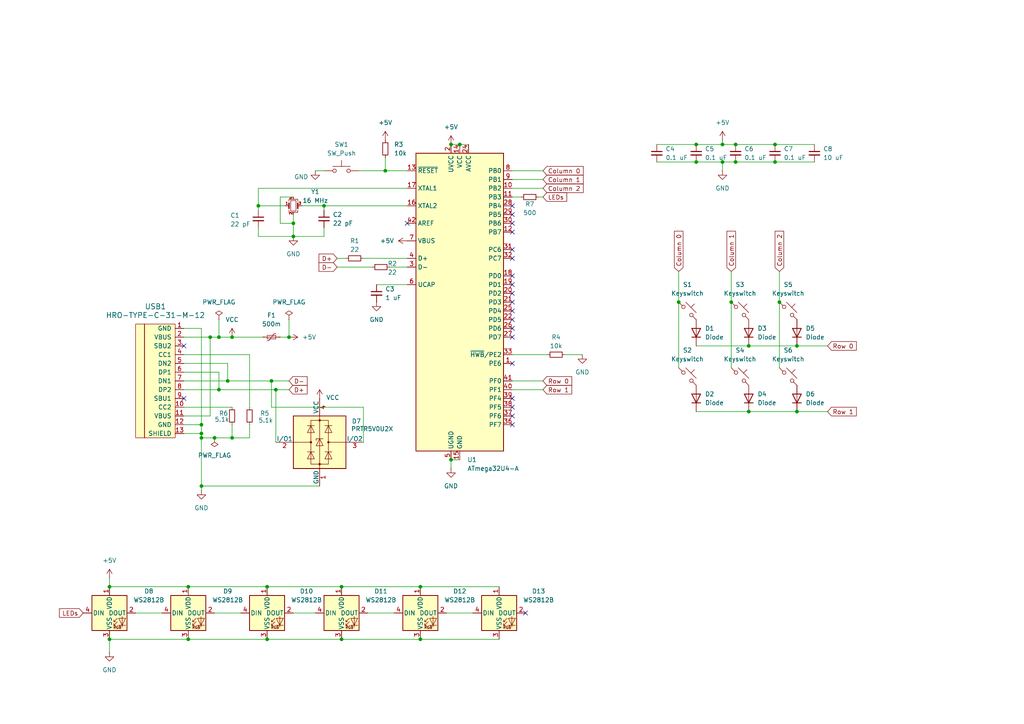
<source format=kicad_sch>
(kicad_sch (version 20231120) (generator "eeschema") (generator_version "8.0")
  (paper "A4")
  (title_block (title "6 Key Macropad ") (rev "V1"))
  (lib_symbols
    (symbol "Device:C_Small" (pin_numbers hide) (pin_names (offset 0.254) hide)
      (property "Reference" "C" (at 0.254 1.778 0))
      (property "Value" "C_Small" (at 0.254 -2.032 0))
      (symbol "C_Small_0_1"
        (polyline (pts (xy -1.524 -0.508) (xy 1.524 -0.508)) (stroke (width 0.3302)))
        (polyline (pts (xy -1.524 0.508) (xy 1.524 0.508)) (stroke (width 0.3048)))
      )
      (symbol "C_Small_1_1"
        (pin passive line (at 0 2.54 270) (length 2.032) (name "~") (number "1"))
        (pin passive line (at 0 -2.54 90) (length 2.032) (name "~") (number "2"))
      )
    )
    (symbol "Device:Crystal_GND24_Small" (pin_names (offset 1.016) hide)
      (property "Reference" "Y" (at 1.27 4.445 0))
      (property "Value" "Crystal_GND24_Small" (at 1.27 2.54 0))
      (symbol "Crystal_GND24_Small_0_1"
        (rectangle (start -0.762 -1.524) (end 0.762 1.524))
        (polyline (pts (xy -1.27 -0.762) (xy -1.27 0.762)) (stroke (width 0.381)))
        (polyline (pts (xy 1.27 -0.762) (xy 1.27 0.762)) (stroke (width 0.381)))
        (polyline (pts (xy -1.27 -1.27) (xy -1.27 -1.905) (xy 1.27 -1.905) (xy 1.27 -1.27)))
        (polyline (pts (xy -1.27 1.27) (xy -1.27 1.905) (xy 1.27 1.905) (xy 1.27 1.27)))
      )
      (symbol "Crystal_GND24_Small_1_1"
        (pin passive line (at -2.54 0 0) (length 1.27) (name "1") (number "1"))
        (pin passive line (at 0 -2.54 90) (length 0.635) (name "2") (number "2"))
        (pin passive line (at 2.54 0 180) (length 1.27) (name "3") (number "3"))
        (pin passive line (at 0 2.54 270) (length 0.635) (name "4") (number "4"))
      )
    )
    (symbol "Device:Polyfuse_Small" (pin_numbers hide) (pin_names (offset 0))
      (property "Reference" "F" (at -1.905 0 90))
      (property "Value" "Polyfuse_Small" (at 1.905 0 90))
      (symbol "Polyfuse_Small_0_1"
        (rectangle (start -0.508 1.27) (end 0.508 -1.27))
        (polyline (pts (xy 0 2.54) (xy 0 -2.54)))
        (polyline (pts (xy -1.016 1.27) (xy -1.016 0.762) (xy 1.016 -0.762) (xy 1.016 -1.27)))
      )
      (symbol "Polyfuse_Small_1_1"
        (pin passive line (at 0 2.54 270) (length 0.635) (name "~") (number "1"))
        (pin passive line (at 0 -2.54 90) (length 0.635) (name "~") (number "2"))
      )
    )
    (symbol "Device:R_Small" (pin_numbers hide) (pin_names (offset 0.254) hide)
      (property "Reference" "R" (at 0.762 0.508 0))
      (property "Value" "R_Small" (at 0.762 -1.016 0))
      (symbol "R_Small_0_1"
        (rectangle (start -0.762 1.778) (end 0.762 -1.778) (stroke (width 0.2032)))
      )
      (symbol "R_Small_1_1"
        (pin passive line (at 0 2.54 270) (length 0.762) (name "~") (number "1"))
        (pin passive line (at 0 -2.54 90) (length 0.762) (name "~") (number "2"))
      )
    )
    (symbol "LED:WS2812B" (pin_names (offset 0.254))
      (property "Reference" "D" (at 5.08 5.715 0))
      (property "Value" "WS2812B" (at 1.27 -5.715 0))
      (symbol "WS2812B_0_0"
        (text "RGB" (at 2.286 -4.191 0) (effects (font (size 0.762 0.762))))
      )
      (symbol "WS2812B_0_1"
        (polyline (pts (xy 1.27 -3.556) (xy 1.778 -3.556)))
        (polyline (pts (xy 1.27 -2.54) (xy 1.778 -2.54)))
        (polyline (pts (xy 4.699 -3.556) (xy 2.667 -3.556)))
        (polyline (pts (xy 2.286 -2.54) (xy 1.27 -3.556) (xy 1.27 -3.048)))
        (polyline (pts (xy 2.286 -1.524) (xy 1.27 -2.54) (xy 1.27 -2.032)))
        (polyline (pts (xy 3.683 -1.016) (xy 3.683 -3.556) (xy 3.683 -4.064)))
        (polyline (pts (xy 4.699 -1.524) (xy 2.667 -1.524) (xy 3.683 -3.556) (xy 4.699 -1.524)))
        (rectangle (start 5.08 5.08) (end -5.08 -5.08) (stroke (width 0.254)) (fill (type background)))
      )
      (symbol "WS2812B_1_1"
        (pin power_in line (at 0 7.62 270) (length 2.54) (name "VDD") (number "1"))
        (pin output line (at 7.62 0 180) (length 2.54) (name "DOUT") (number "2"))
        (pin power_in line (at 0 -7.62 90) (length 2.54) (name "VSS") (number "3"))
        (pin input line (at -7.62 0 0) (length 2.54) (name "DIN") (number "4"))
      )
    )
    (symbol "MCU_Microchip_ATmega:ATmega32U4-A"
      (property "Reference" "U" (at -12.7 44.45 0))
      (property "Value" "ATmega32U4-A" (at 2.54 -44.45 0))
      (symbol "ATmega32U4-A_0_1"
        (rectangle (start -12.7 -43.18) (end 12.7 43.18) (stroke (width 0.254)) (fill (type background)))
      )
      (symbol "ATmega32U4-A_1_1"
        (pin bidirectional line (at 15.24 -17.78 180) (length 2.54) (name "PE6") (number "1"))
        (pin bidirectional line (at 15.24 33.02 180) (length 2.54) (name "PB2") (number "10"))
        (pin bidirectional line (at 15.24 30.48 180) (length 2.54) (name "PB3") (number "11"))
        (pin bidirectional line (at 15.24 20.32 180) (length 2.54) (name "PB7") (number "12"))
        (pin input line (at -15.24 38.1 0) (length 2.54) (name "~{RESET}") (number "13"))
        (pin power_in line (at 0 45.72 270) (length 2.54) (name "VCC") (number "14"))
        (pin power_in line (at 0 -45.72 90) (length 2.54) (name "GND") (number "15"))
        (pin output line (at -15.24 27.94 0) (length 2.54) (name "XTAL2") (number "16"))
        (pin input line (at -15.24 33.02 0) (length 2.54) (name "XTAL1") (number "17"))
        (pin bidirectional line (at 15.24 7.62 180) (length 2.54) (name "PD0") (number "18"))
        (pin bidirectional line (at 15.24 5.08 180) (length 2.54) (name "PD1") (number "19"))
        (pin power_in line (at -2.54 45.72 270) (length 2.54) (name "UVCC") (number "2"))
        (pin bidirectional line (at 15.24 2.54 180) (length 2.54) (name "PD2") (number "20"))
        (pin bidirectional line (at 15.24 0 180) (length 2.54) (name "PD3") (number "21"))
        (pin bidirectional line (at 15.24 -5.08 180) (length 2.54) (name "PD5") (number "22"))
        (pin passive line (at 0 -45.72 90) (length 2.54) hide (name "GND") (number "23"))
        (pin power_in line (at 2.54 45.72 270) (length 2.54) (name "AVCC") (number "24"))
        (pin bidirectional line (at 15.24 -2.54 180) (length 2.54) (name "PD4") (number "25"))
        (pin bidirectional line (at 15.24 -7.62 180) (length 2.54) (name "PD6") (number "26"))
        (pin bidirectional line (at 15.24 -10.16 180) (length 2.54) (name "PD7") (number "27"))
        (pin bidirectional line (at 15.24 27.94 180) (length 2.54) (name "PB4") (number "28"))
        (pin bidirectional line (at 15.24 25.4 180) (length 2.54) (name "PB5") (number "29"))
        (pin bidirectional line (at -15.24 10.16 0) (length 2.54) (name "D-") (number "3"))
        (pin bidirectional line (at 15.24 22.86 180) (length 2.54) (name "PB6") (number "30"))
        (pin bidirectional line (at 15.24 15.24 180) (length 2.54) (name "PC6") (number "31"))
        (pin bidirectional line (at 15.24 12.7 180) (length 2.54) (name "PC7") (number "32"))
        (pin bidirectional line (at 15.24 -15.24 180) (length 2.54) (name "~{HWB}/PE2") (number "33"))
        (pin passive line (at 0 45.72 270) (length 2.54) hide (name "VCC") (number "34"))
        (pin passive line (at 0 -45.72 90) (length 2.54) hide (name "GND") (number "35"))
        (pin bidirectional line (at 15.24 -35.56 180) (length 2.54) (name "PF7") (number "36"))
        (pin bidirectional line (at 15.24 -33.02 180) (length 2.54) (name "PF6") (number "37"))
        (pin bidirectional line (at 15.24 -30.48 180) (length 2.54) (name "PF5") (number "38"))
        (pin bidirectional line (at 15.24 -27.94 180) (length 2.54) (name "PF4") (number "39"))
        (pin bidirectional line (at -15.24 12.7 0) (length 2.54) (name "D+") (number "4"))
        (pin bidirectional line (at 15.24 -25.4 180) (length 2.54) (name "PF1") (number "40"))
        (pin bidirectional line (at 15.24 -22.86 180) (length 2.54) (name "PF0") (number "41"))
        (pin passive line (at -15.24 22.86 0) (length 2.54) (name "AREF") (number "42"))
        (pin passive line (at 0 -45.72 90) (length 2.54) hide (name "GND") (number "43"))
        (pin passive line (at 2.54 45.72 270) (length 2.54) hide (name "AVCC") (number "44"))
        (pin passive line (at -2.54 -45.72 90) (length 2.54) (name "UGND") (number "5"))
        (pin passive line (at -15.24 5.08 0) (length 2.54) (name "UCAP") (number "6"))
        (pin input line (at -15.24 17.78 0) (length 2.54) (name "VBUS") (number "7"))
        (pin bidirectional line (at 15.24 38.1 180) (length 2.54) (name "PB0") (number "8"))
        (pin bidirectional line (at 15.24 35.56 180) (length 2.54) (name "PB1") (number "9"))
      )
    )
    (symbol "Power_Protection:PRTR5V0U2X" (pin_names (offset 0))
      (property "Reference" "D" (at 2.794 8.636 0))
      (property "Value" "PRTR5V0U2X" (at 8.128 -9.398 0))
      (symbol "PRTR5V0U2X_0_1"
        (rectangle (start -7.62 -7.62) (end 7.62 7.62) (stroke (width 0.254)) (fill (type background)))
        (circle (center -2.54 0) (radius 0.254) (fill (type outline)))
        (rectangle (start -2.54 6.35) (end 2.54 -6.35))
        (circle (center 0 -6.35) (radius 0.254) (fill (type outline)))
        (polyline (pts (xy -2.54 0) (xy -7.62 0)))
        (polyline (pts (xy -1.524 -2.794) (xy -3.556 -2.794)))
        (polyline (pts (xy -1.524 4.826) (xy -3.556 4.826)))
        (polyline (pts (xy 0 -7.62) (xy 0 7.62)))
        (polyline (pts (xy 1.524 -2.794) (xy 3.556 -2.794)))
        (polyline (pts (xy 1.524 4.826) (xy 3.556 4.826)))
        (polyline (pts (xy 2.54 0) (xy 7.62 0)))
        (polyline (pts (xy 1.016 1.016) (xy -1.016 1.016) (xy -1.016 0.508)))
        (polyline (pts (xy -3.556 -4.826) (xy -1.524 -4.826) (xy -2.54 -2.794) (xy -3.556 -4.826)))
        (polyline (pts (xy -3.556 2.794) (xy -1.524 2.794) (xy -2.54 4.826) (xy -3.556 2.794)))
        (polyline (pts (xy -1.016 -1.016) (xy 1.016 -1.016) (xy 0 1.016) (xy -1.016 -1.016)))
        (polyline (pts (xy 3.556 -4.826) (xy 1.524 -4.826) (xy 2.54 -2.794) (xy 3.556 -4.826)))
        (polyline (pts (xy 3.556 2.794) (xy 1.524 2.794) (xy 2.54 4.826) (xy 3.556 2.794)))
        (circle (center 0 6.35) (radius 0.254) (fill (type outline)))
        (circle (center 2.54 0) (radius 0.254) (fill (type outline)))
      )
      (symbol "PRTR5V0U2X_1_1"
        (pin passive line (at 0 -12.7 90) (length 5.08) (name "GND") (number "1"))
        (pin passive line (at -12.7 0 0) (length 5.08) (name "I/O1") (number "2"))
        (pin passive line (at 12.7 0 180) (length 5.08) (name "I/O2") (number "3"))
        (pin passive line (at 0 12.7 270) (length 5.08) (name "VCC") (number "4"))
      )
    )
    (symbol "ScottoKeebs:Placeholder_Diode" (pin_numbers hide) (pin_names hide)
      (property "Reference" "D" (at 0 2.54 0))
      (property "Value" "Diode" (at 0 -2.54 0))
      (symbol "Placeholder_Diode_0_1"
        (polyline (pts (xy -1.27 1.27) (xy -1.27 -1.27)) (stroke (width 0.254)))
        (polyline (pts (xy 1.27 0) (xy -1.27 0)))
        (polyline (pts (xy 1.27 1.27) (xy 1.27 -1.27) (xy -1.27 0) (xy 1.27 1.27)) (stroke (width 0.254)))
      )
      (symbol "Placeholder_Diode_1_1"
        (pin passive line (at -3.81 0 0) (length 2.54) (name "K") (number "1"))
        (pin passive line (at 3.81 0 180) (length 2.54) (name "A") (number "2"))
      )
    )
    (symbol "ScottoKeebs:Placeholder_Keyswitch" (pin_numbers hide) (pin_names (offset 1.016) hide)
      (property "Reference" "S" (at 3.048 1.016 0))
      (property "Value" "Keyswitch" (at 0 -3.81 0))
      (symbol "Placeholder_Keyswitch_0_1"
        (circle (center -1.1684 1.1684) (radius 0.508))
        (polyline (pts (xy -0.508 2.54) (xy 2.54 -0.508)))
        (polyline (pts (xy 1.016 1.016) (xy 2.032 2.032)))
        (polyline (pts (xy -2.54 2.54) (xy -1.524 1.524) (xy -1.524 1.524)))
        (polyline (pts (xy 1.524 -1.524) (xy 2.54 -2.54) (xy 2.54 -2.54) (xy 2.54 -2.54)))
        (circle (center 1.143 -1.1938) (radius 0.508))
        (pin passive line (at -2.54 2.54 0) (length 0) (name "1") (number "1"))
        (pin passive line (at 2.54 -2.54 180) (length 0) (name "2") (number "2"))
      )
    )
    (symbol "Switch:SW_Push" (pin_numbers hide) (pin_names (offset 1.016) hide)
      (property "Reference" "SW" (at 1.27 2.54 0))
      (property "Value" "SW_Push" (at 0 -1.524 0))
      (symbol "SW_Push_0_1"
        (circle (center -2.032 0) (radius 0.508))
        (polyline (pts (xy 0 1.27) (xy 0 3.048)))
        (polyline (pts (xy 2.54 1.27) (xy -2.54 1.27)))
        (circle (center 2.032 0) (radius 0.508))
        (pin passive line (at -5.08 0 0) (length 2.54) (name "1") (number "1"))
        (pin passive line (at 5.08 0 180) (length 2.54) (name "2") (number "2"))
      )
    )
    (symbol "Type-C:HRO-TYPE-C-31-M-12" (pin_names (offset 1.016))
      (property "Reference" "USB" (at -5.08 16.51 0))
      (property "Value" "HRO-TYPE-C-31-M-12" (at -10.16 -1.27 90))
      (symbol "HRO-TYPE-C-31-M-12_0_1"
        (rectangle (start -11.43 15.24) (end -8.89 -17.78) (fill (type background)))
        (rectangle (start 0 -17.78) (end -8.89 15.24) (fill (type background)))
      )
      (symbol "HRO-TYPE-C-31-M-12_1_1"
        (pin input line (at 2.54 13.97 180) (length 2.54) (name "GND") (number "1"))
        (pin input line (at 2.54 -8.89 180) (length 2.54) (name "CC2") (number "10"))
        (pin input line (at 2.54 -11.43 180) (length 2.54) (name "VBUS") (number "11"))
        (pin input line (at 2.54 -13.97 180) (length 2.54) (name "GND") (number "12"))
        (pin input line (at 2.54 -16.51 180) (length 2.54) (name "SHIELD") (number "13"))
        (pin input line (at 2.54 11.43 180) (length 2.54) (name "VBUS") (number "2"))
        (pin input line (at 2.54 8.89 180) (length 2.54) (name "SBU2") (number "3"))
        (pin input line (at 2.54 6.35 180) (length 2.54) (name "CC1") (number "4"))
        (pin input line (at 2.54 3.81 180) (length 2.54) (name "DN2") (number "5"))
        (pin input line (at 2.54 1.27 180) (length 2.54) (name "DP1") (number "6"))
        (pin input line (at 2.54 -1.27 180) (length 2.54) (name "DN1") (number "7"))
        (pin input line (at 2.54 -3.81 180) (length 2.54) (name "DP2") (number "8"))
        (pin input line (at 2.54 -6.35 180) (length 2.54) (name "SBU1") (number "9"))
      )
    )
    (symbol "power:+5V" (power) (pin_numbers hide) (pin_names (offset 0) hide)
      (property "Value" "+5V" (at 0 3.556 0))
      (symbol "+5V_0_1"
        (polyline (pts (xy -0.762 1.27) (xy 0 2.54)))
        (polyline (pts (xy 0 0) (xy 0 2.54)))
        (polyline (pts (xy 0 2.54) (xy 0.762 1.27)))
      )
      (symbol "+5V_1_1"
        (pin power_in line (at 0 0 90) (length 0) (name "~") (number "1"))
      )
    )
    (symbol "power:GND" (power) (pin_numbers hide) (pin_names (offset 0) hide)
      (property "Value" "GND" (at 0 -3.81 0))
      (symbol "GND_0_1"
        (polyline (pts (xy 0 0) (xy 0 -1.27) (xy 1.27 -1.27) (xy 0 -2.54) (xy -1.27 -1.27) (xy 0 -1.27)))
      )
      (symbol "GND_1_1"
        (pin power_in line (at 0 0 270) (length 0) (name "~") (number "1"))
      )
    )
    (symbol "power:PWR_FLAG" (power) (pin_numbers hide) (pin_names (offset 0) hide)
      (property "Value" "PWR_FLAG" (at 0 3.81 0))
      (symbol "PWR_FLAG_0_0"
        (pin power_out line (at 0 0 90) (length 0) (name "~") (number "1"))
      )
      (symbol "PWR_FLAG_0_1"
        (polyline (pts (xy 0 0) (xy 0 1.27) (xy -1.016 1.905) (xy 0 2.54) (xy 1.016 1.905) (xy 0 1.27)))
      )
    )
    (symbol "power:VCC" (power) (pin_numbers hide) (pin_names (offset 0) hide)
      (property "Value" "VCC" (at 0 3.556 0))
      (symbol "VCC_0_1"
        (polyline (pts (xy -0.762 1.27) (xy 0 2.54)))
        (polyline (pts (xy 0 0) (xy 0 2.54)))
        (polyline (pts (xy 0 2.54) (xy 0.762 1.27)))
      )
      (symbol "VCC_1_1"
        (pin power_in line (at 0 0 90) (length 0) (name "~") (number "1"))
      )
    )
  )
  (junction (at 231.14 119.38))
  (junction (at 58.42 140.97))
  (junction (at 213.36 41.91))
  (junction (at 58.42 127))
  (junction (at 209.55 41.91))
  (junction (at 212.09 87.63))
  (junction (at 196.85 87.63))
  (junction (at 231.14 100.33))
  (junction (at 77.47 170.18))
  (junction (at 60.96 97.79))
  (junction (at 66.04 110.49))
  (junction (at 31.75 170.18))
  (junction (at 58.42 125.73))
  (junction (at 213.36 46.99))
  (junction (at 54.61 170.18))
  (junction (at 62.23 127))
  (junction (at 224.79 46.99))
  (junction (at 31.75 185.42))
  (junction (at 201.93 46.99))
  (junction (at 121.92 185.42))
  (junction (at 111.76 49.53))
  (junction (at 77.47 185.42))
  (junction (at 58.42 123.19))
  (junction (at 130.81 41.91))
  (junction (at 63.5 113.03))
  (junction (at 99.06 185.42))
  (junction (at 121.92 170.18))
  (junction (at 74.93 59.69))
  (junction (at 209.55 46.99))
  (junction (at 93.98 59.69))
  (junction (at 130.81 133.35))
  (junction (at 67.31 97.79))
  (junction (at 226.06 87.63))
  (junction (at 133.35 41.91))
  (junction (at 85.09 64.77))
  (junction (at 99.06 170.18))
  (junction (at 63.5 97.79))
  (junction (at 201.93 41.91))
  (junction (at 54.61 185.42))
  (junction (at 67.31 127))
  (junction (at 80.01 113.03))
  (junction (at 83.82 97.79))
  (junction (at 224.79 41.91))
  (junction (at 217.17 100.33))
  (junction (at 85.09 68.58))
  (junction (at 78.74 110.49))
  (junction (at 217.17 119.38))
  (no_connect (at 148.59 92.71))
  (no_connect (at 148.59 115.57))
  (no_connect (at 118.11 64.77))
  (no_connect (at 53.34 115.57))
  (no_connect (at 152.4 177.8))
  (no_connect (at 148.59 85.09))
  (no_connect (at 148.59 105.41))
  (no_connect (at 148.59 64.77))
  (no_connect (at 148.59 74.93))
  (no_connect (at 148.59 72.39))
  (no_connect (at 53.34 100.33))
  (no_connect (at 148.59 67.31))
  (no_connect (at 148.59 120.65))
  (no_connect (at 148.59 62.23))
  (no_connect (at 148.59 87.63))
  (no_connect (at 148.59 82.55))
  (no_connect (at 148.59 118.11))
  (no_connect (at 148.59 123.19))
  (no_connect (at 148.59 59.69))
  (no_connect (at 148.59 90.17))
  (no_connect (at 148.59 95.25))
  (no_connect (at 148.59 97.79))
  (no_connect (at 148.59 80.01))
  (wire (pts (xy 133.35 41.91) (xy 135.89 41.91)))
  (wire (pts (xy 66.04 105.41) (xy 66.04 110.49)))
  (wire (pts (xy 196.85 87.63) (xy 196.85 106.68)))
  (wire (pts (xy 105.41 118.11) (xy 105.41 128.27)))
  (wire (pts (xy 31.75 185.42) (xy 54.61 185.42)))
  (wire (pts (xy 196.85 78.74) (xy 196.85 87.63)))
  (wire (pts (xy 148.59 49.53) (xy 157.48 49.53)))
  (wire (pts (xy 60.96 120.65) (xy 60.96 97.79)))
  (wire (pts (xy 53.34 118.11) (xy 67.31 118.11)))
  (wire (pts (xy 93.98 68.58) (xy 93.98 66.04)))
  (wire (pts (xy 209.55 41.91) (xy 213.36 41.91)))
  (wire (pts (xy 212.09 87.63) (xy 212.09 106.68)))
  (wire (pts (xy 148.59 54.61) (xy 157.48 54.61)))
  (wire (pts (xy 53.34 113.03) (xy 63.5 113.03)))
  (wire (pts (xy 58.42 125.73) (xy 58.42 127)))
  (wire (pts (xy 201.93 46.99) (xy 209.55 46.99)))
  (wire (pts (xy 31.75 170.18) (xy 54.61 170.18)))
  (wire (pts (xy 93.98 59.69) (xy 93.98 60.96)))
  (wire (pts (xy 217.17 100.33) (xy 231.14 100.33)))
  (wire (pts (xy 67.31 123.19) (xy 67.31 127)))
  (wire (pts (xy 130.81 133.35) (xy 130.81 135.89)))
  (wire (pts (xy 240.03 119.38) (xy 231.14 119.38)))
  (wire (pts (xy 53.34 95.25) (xy 58.42 95.25)))
  (wire (pts (xy 53.34 107.95) (xy 63.5 107.95)))
  (wire (pts (xy 113.03 77.47) (xy 118.11 77.47)))
  (wire (pts (xy 130.81 133.35) (xy 133.35 133.35)))
  (wire (pts (xy 74.93 66.04) (xy 74.93 68.58)))
  (wire (pts (xy 63.5 113.03) (xy 80.01 113.03)))
  (wire (pts (xy 85.09 62.23) (xy 85.09 64.77)))
  (wire (pts (xy 99.06 185.42) (xy 121.92 185.42)))
  (wire (pts (xy 58.42 95.25) (xy 58.42 123.19)))
  (wire (pts (xy 109.22 82.55) (xy 118.11 82.55)))
  (wire (pts (xy 77.47 170.18) (xy 99.06 170.18)))
  (wire (pts (xy 121.92 170.18) (xy 144.78 170.18)))
  (wire (pts (xy 31.75 167.64) (xy 31.75 170.18)))
  (wire (pts (xy 74.93 59.69) (xy 74.93 54.61)))
  (wire (pts (xy 201.93 119.38) (xy 217.17 119.38)))
  (wire (pts (xy 67.31 97.79) (xy 76.2 97.79)))
  (wire (pts (xy 105.41 74.93) (xy 118.11 74.93)))
  (wire (pts (xy 85.09 64.77) (xy 85.09 68.58)))
  (wire (pts (xy 156.21 57.15) (xy 157.48 57.15)))
  (wire (pts (xy 224.79 41.91) (xy 236.22 41.91)))
  (wire (pts (xy 80.01 113.03) (xy 83.82 113.03)))
  (wire (pts (xy 31.75 185.42) (xy 31.75 189.23)))
  (wire (pts (xy 111.76 49.53) (xy 118.11 49.53)))
  (wire (pts (xy 53.34 123.19) (xy 58.42 123.19)))
  (wire (pts (xy 78.74 110.49) (xy 83.82 110.49)))
  (wire (pts (xy 81.28 57.15) (xy 81.28 64.77)))
  (wire (pts (xy 63.5 107.95) (xy 63.5 113.03)))
  (wire (pts (xy 209.55 46.99) (xy 213.36 46.99)))
  (wire (pts (xy 148.59 113.03) (xy 157.48 113.03)))
  (wire (pts (xy 213.36 46.99) (xy 224.79 46.99)))
  (wire (pts (xy 240.03 100.33) (xy 231.14 100.33)))
  (wire (pts (xy 39.37 177.8) (xy 46.99 177.8)))
  (wire (pts (xy 53.34 105.41) (xy 66.04 105.41)))
  (wire (pts (xy 63.5 92.71) (xy 63.5 97.79)))
  (wire (pts (xy 85.09 177.8) (xy 91.44 177.8)))
  (wire (pts (xy 226.06 78.74) (xy 226.06 87.63)))
  (wire (pts (xy 58.42 127) (xy 58.42 140.97)))
  (wire (pts (xy 212.09 78.74) (xy 212.09 87.63)))
  (wire (pts (xy 63.5 97.79) (xy 67.31 97.79)))
  (wire (pts (xy 129.54 177.8) (xy 137.16 177.8)))
  (wire (pts (xy 83.82 92.71) (xy 83.82 97.79)))
  (wire (pts (xy 53.34 97.79) (xy 60.96 97.79)))
  (wire (pts (xy 224.79 46.99) (xy 236.22 46.99)))
  (wire (pts (xy 111.76 45.72) (xy 111.76 49.53)))
  (wire (pts (xy 201.93 41.91) (xy 209.55 41.91)))
  (wire (pts (xy 201.93 100.33) (xy 217.17 100.33)))
  (wire (pts (xy 54.61 170.18) (xy 77.47 170.18)))
  (wire (pts (xy 62.23 177.8) (xy 69.85 177.8)))
  (wire (pts (xy 78.74 118.11) (xy 105.41 118.11)))
  (wire (pts (xy 58.42 140.97) (xy 92.71 140.97)))
  (wire (pts (xy 53.34 102.87) (xy 72.39 102.87)))
  (wire (pts (xy 91.44 49.53) (xy 93.98 49.53)))
  (wire (pts (xy 106.68 177.8) (xy 114.3 177.8)))
  (wire (pts (xy 85.09 57.15) (xy 81.28 57.15)))
  (wire (pts (xy 67.31 127) (xy 62.23 127)))
  (wire (pts (xy 85.09 68.58) (xy 93.98 68.58)))
  (wire (pts (xy 130.81 41.91) (xy 133.35 41.91)))
  (wire (pts (xy 104.14 49.53) (xy 111.76 49.53)))
  (wire (pts (xy 80.01 113.03) (xy 80.01 128.27)))
  (wire (pts (xy 78.74 110.49) (xy 78.74 118.11)))
  (wire (pts (xy 226.06 87.63) (xy 226.06 106.68)))
  (wire (pts (xy 60.96 97.79) (xy 63.5 97.79)))
  (wire (pts (xy 74.93 68.58) (xy 85.09 68.58)))
  (wire (pts (xy 190.5 46.99) (xy 201.93 46.99)))
  (wire (pts (xy 77.47 185.42) (xy 99.06 185.42)))
  (wire (pts (xy 74.93 60.96) (xy 74.93 59.69)))
  (wire (pts (xy 148.59 110.49) (xy 157.48 110.49)))
  (wire (pts (xy 87.63 59.69) (xy 93.98 59.69)))
  (wire (pts (xy 209.55 49.53) (xy 209.55 46.99)))
  (wire (pts (xy 72.39 123.19) (xy 72.39 127)))
  (wire (pts (xy 53.34 120.65) (xy 60.96 120.65)))
  (wire (pts (xy 66.04 110.49) (xy 78.74 110.49)))
  (wire (pts (xy 209.55 40.64) (xy 209.55 41.91)))
  (wire (pts (xy 58.42 123.19) (xy 58.42 125.73)))
  (wire (pts (xy 74.93 59.69) (xy 82.55 59.69)))
  (wire (pts (xy 148.59 52.07) (xy 157.48 52.07)))
  (wire (pts (xy 97.79 77.47) (xy 107.95 77.47)))
  (wire (pts (xy 54.61 185.42) (xy 77.47 185.42)))
  (wire (pts (xy 81.28 64.77) (xy 85.09 64.77)))
  (wire (pts (xy 99.06 170.18) (xy 121.92 170.18)))
  (wire (pts (xy 213.36 41.91) (xy 224.79 41.91)))
  (wire (pts (xy 190.5 41.91) (xy 201.93 41.91)))
  (wire (pts (xy 121.92 185.42) (xy 144.78 185.42)))
  (wire (pts (xy 72.39 102.87) (xy 72.39 118.11)))
  (wire (pts (xy 217.17 119.38) (xy 231.14 119.38)))
  (wire (pts (xy 53.34 125.73) (xy 58.42 125.73)))
  (wire (pts (xy 97.79 74.93) (xy 100.33 74.93)))
  (wire (pts (xy 74.93 54.61) (xy 118.11 54.61)))
  (wire (pts (xy 62.23 127) (xy 58.42 127)))
  (wire (pts (xy 81.28 97.79) (xy 83.82 97.79)))
  (wire (pts (xy 148.59 57.15) (xy 151.13 57.15)))
  (wire (pts (xy 53.34 110.49) (xy 66.04 110.49)))
  (wire (pts (xy 72.39 127) (xy 67.31 127)))
  (wire (pts (xy 58.42 140.97) (xy 58.42 142.24)))
  (wire (pts (xy 163.83 102.87) (xy 168.91 102.87)))
  (wire (pts (xy 148.59 102.87) (xy 158.75 102.87)))
  (wire (pts (xy 93.98 59.69) (xy 118.11 59.69)))
  (global_label "Column 0" (shape input) (at 196.85 78.74 90) (property "Intersheetrefs" "${INTERSHEET_REFS}" (effects (hide yes))))
  (global_label "LEDs" (shape input) (at 24.13 177.8 180) (property "Intersheetrefs" "${INTERSHEET_REFS}" (effects (hide yes))))
  (global_label "Column 1" (shape input) (at 157.48 52.07 0) (property "Intersheetrefs" "${INTERSHEET_REFS}" (effects (hide yes))))
  (global_label "Row 0" (shape input) (at 157.48 110.49 0) (property "Intersheetrefs" "${INTERSHEET_REFS}" (effects (hide yes))))
  (global_label "Column 1" (shape input) (at 212.09 78.74 90) (property "Intersheetrefs" "${INTERSHEET_REFS}" (effects (hide yes))))
  (global_label "Column 0" (shape input) (at 157.48 49.53 0) (property "Intersheetrefs" "${INTERSHEET_REFS}" (effects (hide yes))))
  (global_label "Row 1" (shape input) (at 157.48 113.03 0) (property "Intersheetrefs" "${INTERSHEET_REFS}" (effects (hide yes))))
  (global_label "D-" (shape input) (at 97.79 77.47 180) (property "Intersheetrefs" "${INTERSHEET_REFS}" (effects (hide yes))))
  (global_label "Row 1" (shape input) (at 240.03 119.38 0) (property "Intersheetrefs" "${INTERSHEET_REFS}" (effects (hide yes))))
  (global_label "Column 2" (shape input) (at 157.48 54.61 0) (property "Intersheetrefs" "${INTERSHEET_REFS}" (effects (hide yes))))
  (global_label "D+" (shape input) (at 97.79 74.93 180) (property "Intersheetrefs" "${INTERSHEET_REFS}" (effects (hide yes))))
  (global_label "Column 2" (shape input) (at 226.06 78.74 90) (property "Intersheetrefs" "${INTERSHEET_REFS}" (effects (hide yes))))
  (global_label "D-" (shape input) (at 83.82 110.49 0) (property "Intersheetrefs" "${INTERSHEET_REFS}" (effects (hide yes))))
  (global_label "D+" (shape input) (at 83.82 113.03 0) (property "Intersheetrefs" "${INTERSHEET_REFS}" (effects (hide yes))))
  (global_label "LEDs" (shape input) (at 157.48 57.15 0) (property "Intersheetrefs" "${INTERSHEET_REFS}" (effects (hide yes))))
  (global_label "Row 0" (shape input) (at 240.03 100.33 0) (property "Intersheetrefs" "${INTERSHEET_REFS}" (effects (hide yes))))
  (symbol (lib_id "power:PWR_FLAG") (at 63.5 92.71 0) (unit 1)
    (property "Reference" "#FLG01" (effects (hide yes)))
    (property "Value" "PWR_FLAG" (at 63.5 87.63 0))
    (property "Description" "Special symbol for telling ERC where power comes from" (effects (hide yes)))
  )
  (symbol (lib_id "ScottoKeebs:Placeholder_Keyswitch") (at 228.6 109.22 0) (unit 1)
    (property "Reference" "S6" (at 228.6 101.6 0))
    (property "Value" "Keyswitch" (at 228.6 104.14 0))
    (property "Footprint" "ScottoKeebs_Hotswap:Hotswap_MX_1.00u" (effects (hide yes)))
    (property "Description" "Push button switch, normally open, two pins, 45° tilted" (effects (hide yes)))
  )
  (symbol (lib_id "power:+5V") (at 130.81 41.91 0) (unit 1)
    (property "Reference" "#PWR06" (effects (hide yes)))
    (property "Value" "+5V" (at 130.81 36.83 0))
    (property "Description" "Power symbol creates a global label with name \"+5V\"" (effects (hide yes)))
  )
  (symbol (lib_id "ScottoKeebs:Placeholder_Diode") (at 201.93 115.57 90) (unit 1)
    (property "Reference" "D2" (at 204.47 114.2999 90) (effects (justify right)))
    (property "Value" "Diode" (at 204.47 116.8399 90) (effects (justify right)))
    (property "Footprint" "Diode_SMD:D_SOD-123" (effects (hide yes)))
    (property "Description" "1N4148 (DO-35) or 1N4148W (SOD-123)" (effects (hide yes)))
    (property "Sim.Device" "D" (effects (hide yes)))
    (property "Sim.Pins" "1=K 2=A" (effects (hide yes)))
  )
  (symbol (lib_id "power:GND") (at 168.91 102.87 0) (unit 1)
    (property "Reference" "#PWR08" (effects (hide yes)))
    (property "Value" "GND" (at 168.91 107.95 0))
    (property "Description" "Power symbol creates a global label with name \"GND\" , ground" (effects (hide yes)))
  )
  (symbol (lib_id "power:VCC") (at 67.31 97.79 0) (unit 1)
    (property "Reference" "#PWR012" (effects (hide yes)))
    (property "Value" "VCC" (at 67.31 92.71 0))
    (property "Description" "Power symbol creates a global label with name \"VCC\"" (effects (hide yes)))
  )
  (symbol (lib_id "ScottoKeebs:Placeholder_Diode") (at 231.14 115.57 90) (unit 1)
    (property "Reference" "D6" (at 233.68 114.2999 90) (effects (justify right)))
    (property "Value" "Diode" (at 233.68 116.8399 90) (effects (justify right)))
    (property "Footprint" "Diode_SMD:D_SOD-123" (effects (hide yes)))
    (property "Description" "1N4148 (DO-35) or 1N4148W (SOD-123)" (effects (hide yes)))
    (property "Sim.Device" "D" (effects (hide yes)))
    (property "Sim.Pins" "1=K 2=A" (effects (hide yes)))
  )
  (symbol (lib_id "ScottoKeebs:Placeholder_Diode") (at 217.17 115.57 90) (unit 1)
    (property "Reference" "D4" (at 219.71 114.2999 90) (effects (justify right)))
    (property "Value" "Diode" (at 219.71 116.8399 90) (effects (justify right)))
    (property "Footprint" "Diode_SMD:D_SOD-123" (effects (hide yes)))
    (property "Description" "1N4148 (DO-35) or 1N4148W (SOD-123)" (effects (hide yes)))
    (property "Sim.Device" "D" (effects (hide yes)))
    (property "Sim.Pins" "1=K 2=A" (effects (hide yes)))
  )
  (symbol (lib_id "power:+5V") (at 209.55 40.64 0) (unit 1)
    (property "Reference" "#PWR09" (effects (hide yes)))
    (property "Value" "+5V" (at 209.55 35.56 0))
    (property "Description" "Power symbol creates a global label with name \"+5V\"" (effects (hide yes)))
  )
  (symbol (lib_id "Device:R_Small") (at 72.39 120.65 0) (unit 1)
    (property "Reference" "R5" (at 75.438 119.888 0) (effects (justify left)))
    (property "Value" "5.1k" (at 74.93 121.9199 0) (effects (justify left)))
    (property "Footprint" "Resistor_SMD:R_0805_2012Metric" (effects (hide yes)))
    (property "Description" "Resistor, small symbol" (effects (hide yes)))
  )
  (symbol (lib_id "Device:C_Small") (at 201.93 44.45 0) (unit 1)
    (property "Reference" "C5" (at 204.47 43.1862 0) (effects (justify left)))
    (property "Value" "0.1 uF" (at 204.47 45.7262 0) (effects (justify left)))
    (property "Footprint" "Capacitor_SMD:C_0805_2012Metric" (effects (hide yes)))
    (property "Description" "Unpolarized capacitor, small symbol" (effects (hide yes)))
  )
  (symbol (lib_id "power:+5V") (at 118.11 69.85 90) (unit 1)
    (property "Reference" "#PWR04" (effects (hide yes)))
    (property "Value" "+5V" (at 114.3 69.8499 90) (effects (justify left)))
    (property "Description" "Power symbol creates a global label with name \"+5V\"" (effects (hide yes)))
  )
  (symbol (lib_id "power:+5V") (at 111.76 40.64 0) (unit 1)
    (property "Reference" "#PWR05" (effects (hide yes)))
    (property "Value" "+5V" (at 111.76 35.56 0))
    (property "Description" "Power symbol creates a global label with name \"+5V\"" (effects (hide yes)))
  )
  (symbol (lib_id "Device:C_Small") (at 190.5 44.45 0) (unit 1)
    (property "Reference" "C4" (at 193.04 43.1862 0) (effects (justify left)))
    (property "Value" "0.1 uF" (at 193.04 45.7262 0) (effects (justify left)))
    (property "Footprint" "Capacitor_SMD:C_0805_2012Metric" (effects (hide yes)))
    (property "Description" "Unpolarized capacitor, small symbol" (effects (hide yes)))
  )
  (symbol (lib_id "Power_Protection:PRTR5V0U2X") (at 92.71 128.27 0) (unit 1)
    (property "Reference" "D7" (at 103.378 122.174 0))
    (property "Value" "PRTR5V0U2X" (at 107.95 124.3898 0))
    (property "Footprint" "Package_TO_SOT_SMD:SOT-143" (effects (hide yes)))
    (property "Datasheet" "https://assets.nexperia.com/documents/data-sheet/PRTR5V0U2X.pdf" (effects (hide yes)))
    (property "Description" "Ultra low capacitance double rail-to-rail ESD protection diode, SOT-143" (effects (hide yes)))
  )
  (symbol (lib_id "ScottoKeebs:Placeholder_Diode") (at 201.93 96.52 90) (unit 1)
    (property "Reference" "D1" (at 204.47 95.2499 90) (effects (justify right)))
    (property "Value" "Diode" (at 204.47 97.7899 90) (effects (justify right)))
    (property "Footprint" "Diode_SMD:D_SOD-123" (effects (hide yes)))
    (property "Description" "1N4148 (DO-35) or 1N4148W (SOD-123)" (effects (hide yes)))
    (property "Sim.Device" "D" (effects (hide yes)))
    (property "Sim.Pins" "1=K 2=A" (effects (hide yes)))
  )
  (symbol (lib_id "ScottoKeebs:Placeholder_Diode") (at 217.17 96.52 90) (unit 1)
    (property "Reference" "D3" (at 219.71 95.2499 90) (effects (justify right)))
    (property "Value" "Diode" (at 219.71 97.7899 90) (effects (justify right)))
    (property "Footprint" "Diode_SMD:D_SOD-123" (effects (hide yes)))
    (property "Description" "1N4148 (DO-35) or 1N4148W (SOD-123)" (effects (hide yes)))
    (property "Sim.Device" "D" (effects (hide yes)))
    (property "Sim.Pins" "1=K 2=A" (effects (hide yes)))
  )
  (symbol (lib_id "ScottoKeebs:Placeholder_Diode") (at 231.14 96.52 90) (unit 1)
    (property "Reference" "D5" (at 233.68 95.2499 90) (effects (justify right)))
    (property "Value" "Diode" (at 233.68 97.7899 90) (effects (justify right)))
    (property "Footprint" "Diode_SMD:D_SOD-123" (effects (hide yes)))
    (property "Description" "1N4148 (DO-35) or 1N4148W (SOD-123)" (effects (hide yes)))
    (property "Sim.Device" "D" (effects (hide yes)))
    (property "Sim.Pins" "1=K 2=A" (effects (hide yes)))
  )
  (symbol (lib_id "ScottoKeebs:Placeholder_Keyswitch") (at 214.63 90.17 0) (unit 1)
    (property "Reference" "S3" (at 214.63 82.55 0))
    (property "Value" "Keyswitch" (at 214.63 85.09 0))
    (property "Footprint" "ScottoKeebs_Hotswap:Hotswap_MX_1.00u" (effects (hide yes)))
    (property "Description" "Push button switch, normally open, two pins, 45° tilted" (effects (hide yes)))
  )
  (symbol (lib_id "Device:R_Small") (at 153.67 57.15 270) (unit 1)
    (property "Reference" "R7" (at 153.67 59.182 90))
    (property "Value" "500" (at 153.67 61.722 90))
    (property "Footprint" "Resistor_SMD:R_0805_2012Metric" (effects (hide yes)))
    (property "Description" "Resistor, small symbol" (effects (hide yes)))
  )
  (symbol (lib_id "Device:C_Small") (at 74.93 63.5 0) (unit 1)
    (property "Reference" "C1" (at 66.802 62.484 0) (effects (justify left)))
    (property "Value" "22 pF" (at 66.802 65.024 0) (effects (justify left)))
    (property "Footprint" "Capacitor_SMD:C_0805_2012Metric" (effects (hide yes)))
    (property "Description" "Unpolarized capacitor, small symbol" (effects (hide yes)))
  )
  (symbol (lib_id "LED:WS2812B") (at 144.78 177.8 0) (unit 1)
    (property "Reference" "D13" (at 156.21 171.4814 0))
    (property "Value" "WS2812B" (at 156.21 174.0214 0))
    (property "Footprint" "LED_SMD:LED_WS2812B_PLCC4_5.0x5.0mm_P3.2mm" (effects (hide yes)))
    (property "Datasheet" "https://cdn-shop.adafruit.com/datasheets/WS2812B.pdf" (effects (hide yes)))
    (property "Description" "RGB LED with integrated controller" (effects (hide yes)))
  )
  (symbol (lib_id "power:GND") (at 209.55 49.53 0) (unit 1)
    (property "Reference" "#PWR010" (effects (hide yes)))
    (property "Value" "GND" (at 209.55 54.61 0))
    (property "Description" "Power symbol creates a global label with name \"GND\" , ground" (effects (hide yes)))
  )
  (symbol (lib_id "Device:C_Small") (at 93.98 63.5 0) (unit 1)
    (property "Reference" "C2" (at 96.52 62.2362 0) (effects (justify left)))
    (property "Value" "22 pF" (at 96.52 64.7762 0) (effects (justify left)))
    (property "Footprint" "Capacitor_SMD:C_0805_2012Metric" (effects (hide yes)))
    (property "Description" "Unpolarized capacitor, small symbol" (effects (hide yes)))
  )
  (symbol (lib_id "LED:WS2812B") (at 99.06 177.8 0) (unit 1)
    (property "Reference" "D11" (at 110.49 171.4814 0))
    (property "Value" "WS2812B" (at 110.49 174.0214 0))
    (property "Footprint" "LED_SMD:LED_WS2812B_PLCC4_5.0x5.0mm_P3.2mm" (effects (hide yes)))
    (property "Datasheet" "https://cdn-shop.adafruit.com/datasheets/WS2812B.pdf" (effects (hide yes)))
    (property "Description" "RGB LED with integrated controller" (effects (hide yes)))
  )
  (symbol (lib_id "Device:Polyfuse_Small") (at 78.74 97.79 90) (unit 1)
    (property "Reference" "F1" (at 78.74 91.44 90))
    (property "Value" "500m" (at 78.74 93.98 90))
    (property "Footprint" "Fuse:Fuse_1206_3216Metric" (effects (hide yes)))
    (property "Description" "Resettable fuse, polymeric positive temperature coefficient, small symbol" (effects (hide yes)))
  )
  (symbol (lib_id "LED:WS2812B") (at 77.47 177.8 0) (unit 1)
    (property "Reference" "D10" (at 88.9 171.4814 0))
    (property "Value" "WS2812B" (at 88.9 174.0214 0))
    (property "Footprint" "LED_SMD:LED_WS2812B_PLCC4_5.0x5.0mm_P3.2mm" (effects (hide yes)))
    (property "Datasheet" "https://cdn-shop.adafruit.com/datasheets/WS2812B.pdf" (effects (hide yes)))
    (property "Description" "RGB LED with integrated controller" (effects (hide yes)))
  )
  (symbol (lib_id "Type-C:HRO-TYPE-C-31-M-12") (at 50.8 109.22 0) (unit 1)
    (property "Reference" "USB1" (at 45.085 88.9 0) (effects (font (size 1.524 1.524))))
    (property "Value" "HRO-TYPE-C-31-M-12" (at 45.085 91.44 0) (effects (font (size 1.524 1.524))))
    (property "Footprint" "Type-C:HRO-TYPE-C-31-M-12-HandSoldering" (effects (hide yes)))
  )
  (symbol (lib_id "power:PWR_FLAG") (at 83.82 92.71 0) (unit 1)
    (property "Reference" "#FLG03" (effects (hide yes)))
    (property "Value" "PWR_FLAG" (at 83.82 87.63 0))
    (property "Description" "Special symbol for telling ERC where power comes from" (effects (hide yes)))
  )
  (symbol (lib_id "power:+5V") (at 31.75 167.64 0) (unit 1)
    (property "Reference" "#PWR015" (effects (hide yes)))
    (property "Value" "+5V" (at 31.75 162.56 0))
    (property "Description" "Power symbol creates a global label with name \"+5V\"" (effects (hide yes)))
  )
  (symbol (lib_id "Device:R_Small") (at 102.87 74.93 90) (unit 1)
    (property "Reference" "R1" (at 102.87 69.85 90))
    (property "Value" "22" (at 102.87 72.39 90))
    (property "Footprint" "Resistor_SMD:R_0805_2012Metric" (effects (hide yes)))
    (property "Description" "Resistor, small symbol" (effects (hide yes)))
  )
  (symbol (lib_id "Device:Crystal_GND24_Small") (at 85.09 59.69 0) (unit 1)
    (property "Reference" "Y1" (at 91.44 55.626 0))
    (property "Value" "16 MHz" (at 91.44 58.166 0))
    (property "Footprint" "Crystal:Crystal_SMD_3225-4Pin_3.2x2.5mm_HandSoldering" (effects (hide yes)))
    (property "Description" "Four pin crystal, GND on pins 2 and 4, small symbol" (effects (hide yes)))
  )
  (symbol (lib_id "Device:C_Small") (at 236.22 44.45 0) (unit 1)
    (property "Reference" "C8" (at 238.76 43.1862 0) (effects (justify left)))
    (property "Value" "10 uF" (at 238.76 45.7262 0) (effects (justify left)))
    (property "Footprint" "Capacitor_SMD:C_0805_2012Metric" (effects (hide yes)))
    (property "Description" "Unpolarized capacitor, small symbol" (effects (hide yes)))
  )
  (symbol (lib_id "power:GND") (at 109.22 87.63 0) (unit 1)
    (property "Reference" "#PWR03" (effects (hide yes)))
    (property "Value" "GND" (at 109.22 92.71 0))
    (property "Description" "Power symbol creates a global label with name \"GND\" , ground" (effects (hide yes)))
  )
  (symbol (lib_id "power:GND") (at 85.09 68.58 0) (unit 1)
    (property "Reference" "#PWR01" (effects (hide yes)))
    (property "Value" "GND" (at 85.09 73.66 0))
    (property "Description" "Power symbol creates a global label with name \"GND\" , ground" (effects (hide yes)))
  )
  (symbol (lib_id "Device:R_Small") (at 161.29 102.87 90) (unit 1)
    (property "Reference" "R4" (at 161.29 97.79 90))
    (property "Value" "10k" (at 161.29 100.33 90))
    (property "Footprint" "Resistor_SMD:R_0805_2012Metric" (effects (hide yes)))
    (property "Description" "Resistor, small symbol" (effects (hide yes)))
  )
  (symbol (lib_id "Device:R_Small") (at 111.76 43.18 0) (unit 1)
    (property "Reference" "R3" (at 114.3 41.9099 0) (effects (justify left)))
    (property "Value" "10k" (at 114.3 44.4499 0) (effects (justify left)))
    (property "Footprint" "Resistor_SMD:R_0805_2012Metric" (effects (hide yes)))
    (property "Description" "Resistor, small symbol" (effects (hide yes)))
  )
  (symbol (lib_id "ScottoKeebs:Placeholder_Keyswitch") (at 228.6 90.17 0) (unit 1)
    (property "Reference" "S5" (at 228.6 82.55 0))
    (property "Value" "Keyswitch" (at 228.6 85.09 0))
    (property "Footprint" "ScottoKeebs_Hotswap:Hotswap_MX_1.00u" (effects (hide yes)))
    (property "Description" "Push button switch, normally open, two pins, 45° tilted" (effects (hide yes)))
  )
  (symbol (lib_id "MCU_Microchip_ATmega:ATmega32U4-A") (at 133.35 87.63 0) (unit 1)
    (property "Reference" "U1" (at 135.5441 133.35 0) (effects (justify left)))
    (property "Value" "ATmega32U4-A" (at 135.5441 135.89 0) (effects (justify left)))
    (property "Footprint" "Package_QFP:TQFP-44_10x10mm_P0.8mm" (effects (hide yes)))
    (property "Datasheet" "http://ww1.microchip.com/downloads/en/DeviceDoc/Atmel-7766-8-bit-AVR-ATmega16U4-32U4_Datasheet.pdf" (effects (hide yes)))
    (property "Description" "16MHz, 32kB Flash, 2.5kB SRAM, 1kB EEPROM, USB 2.0, TQFP-44" (effects (hide yes)))
  )
  (symbol (lib_id "power:PWR_FLAG") (at 62.23 127 180) (unit 1)
    (property "Reference" "#FLG02" (effects (hide yes)))
    (property "Value" "PWR_FLAG" (at 62.23 132.08 0))
    (property "Description" "Special symbol for telling ERC where power comes from" (effects (hide yes)))
  )
  (symbol (lib_id "power:VCC") (at 92.71 115.57 0) (unit 1)
    (property "Reference" "#PWR014" (effects (hide yes)))
    (property "Value" "VCC" (at 96.52 115.316 0))
    (property "Description" "Power symbol creates a global label with name \"VCC\"" (effects (hide yes)))
  )
  (symbol (lib_id "ScottoKeebs:Placeholder_Keyswitch") (at 214.63 109.22 0) (unit 1)
    (property "Reference" "S4" (at 214.63 101.6 0))
    (property "Value" "Keyswitch" (at 214.63 104.14 0))
    (property "Footprint" "ScottoKeebs_Hotswap:Hotswap_MX_1.00u" (effects (hide yes)))
    (property "Description" "Push button switch, normally open, two pins, 45° tilted" (effects (hide yes)))
  )
  (symbol (lib_id "ScottoKeebs:Placeholder_Keyswitch") (at 199.39 109.22 0) (unit 1)
    (property "Reference" "S2" (at 199.39 101.6 0))
    (property "Value" "Keyswitch" (at 199.39 104.14 0))
    (property "Footprint" "ScottoKeebs_Hotswap:Hotswap_MX_1.00u" (effects (hide yes)))
    (property "Description" "Push button switch, normally open, two pins, 45° tilted" (effects (hide yes)))
  )
  (symbol (lib_id "Device:C_Small") (at 213.36 44.45 0) (unit 1)
    (property "Reference" "C6" (at 215.9 43.1862 0) (effects (justify left)))
    (property "Value" "0.1 uF" (at 215.9 45.7262 0) (effects (justify left)))
    (property "Footprint" "Capacitor_SMD:C_0805_2012Metric" (effects (hide yes)))
    (property "Description" "Unpolarized capacitor, small symbol" (effects (hide yes)))
  )
  (symbol (lib_id "power:GND") (at 31.75 189.23 0) (unit 1)
    (property "Reference" "#PWR016" (effects (hide yes)))
    (property "Value" "GND" (at 31.75 194.31 0))
    (property "Description" "Power symbol creates a global label with name \"GND\" , ground" (effects (hide yes)))
  )
  (symbol (lib_id "Device:R_Small") (at 67.31 120.65 0) (unit 1)
    (property "Reference" "R6" (at 63.5 119.888 0) (effects (justify left)))
    (property "Value" "5.1k" (at 62.23 121.666 0) (effects (justify left)))
    (property "Footprint" "Resistor_SMD:R_0805_2012Metric" (effects (hide yes)))
    (property "Description" "Resistor, small symbol" (effects (hide yes)))
  )
  (symbol (lib_id "LED:WS2812B") (at 54.61 177.8 0) (unit 1)
    (property "Reference" "D9" (at 66.04 171.4814 0))
    (property "Value" "WS2812B" (at 66.04 174.0214 0))
    (property "Footprint" "LED_SMD:LED_WS2812B_PLCC4_5.0x5.0mm_P3.2mm" (effects (hide yes)))
    (property "Datasheet" "https://cdn-shop.adafruit.com/datasheets/WS2812B.pdf" (effects (hide yes)))
    (property "Description" "RGB LED with integrated controller" (effects (hide yes)))
  )
  (symbol (lib_id "Device:R_Small") (at 110.49 77.47 90) (unit 1)
    (property "Reference" "R2" (at 113.792 76.454 90))
    (property "Value" "22" (at 113.792 78.994 90))
    (property "Footprint" "Resistor_SMD:R_0805_2012Metric" (effects (hide yes)))
    (property "Description" "Resistor, small symbol" (effects (hide yes)))
  )
  (symbol (lib_id "LED:WS2812B") (at 121.92 177.8 0) (unit 1)
    (property "Reference" "D12" (at 133.35 171.4814 0))
    (property "Value" "WS2812B" (at 133.35 174.0214 0))
    (property "Footprint" "LED_SMD:LED_WS2812B_PLCC4_5.0x5.0mm_P3.2mm" (effects (hide yes)))
    (property "Datasheet" "https://cdn-shop.adafruit.com/datasheets/WS2812B.pdf" (effects (hide yes)))
    (property "Description" "RGB LED with integrated controller" (effects (hide yes)))
  )
  (symbol (lib_id "Switch:SW_Push") (at 99.06 49.53 0) (unit 1)
    (property "Reference" "SW1" (at 99.06 41.91 0))
    (property "Value" "SW_Push" (at 99.06 44.45 0))
    (property "Footprint" "Button_Switch_SMD:SW_SPST_SKQG_WithStem" (effects (hide yes)))
    (property "Description" "Push button switch, generic, two pins" (effects (hide yes)))
  )
  (symbol (lib_id "ScottoKeebs:Placeholder_Keyswitch") (at 199.39 90.17 0) (unit 1)
    (property "Reference" "S1" (at 199.39 82.55 0))
    (property "Value" "Keyswitch" (at 199.39 85.09 0))
    (property "Footprint" "ScottoKeebs_Hotswap:Hotswap_MX_1.00u" (effects (hide yes)))
    (property "Description" "Push button switch, normally open, two pins, 45° tilted" (effects (hide yes)))
  )
  (symbol (lib_id "Device:C_Small") (at 109.22 85.09 0) (unit 1)
    (property "Reference" "C3" (at 111.76 83.8262 0) (effects (justify left)))
    (property "Value" "1 uF" (at 111.76 86.3662 0) (effects (justify left)))
    (property "Footprint" "Capacitor_SMD:C_0805_2012Metric" (effects (hide yes)))
    (property "Description" "Unpolarized capacitor, small symbol" (effects (hide yes)))
  )
  (symbol (lib_id "Device:C_Small") (at 224.79 44.45 0) (unit 1)
    (property "Reference" "C7" (at 227.33 43.1862 0) (effects (justify left)))
    (property "Value" "0.1 uF" (at 227.33 45.7262 0) (effects (justify left)))
    (property "Footprint" "Capacitor_SMD:C_0805_2012Metric" (effects (hide yes)))
    (property "Description" "Unpolarized capacitor, small symbol" (effects (hide yes)))
  )
  (symbol (lib_id "power:GND") (at 130.81 135.89 0) (unit 1)
    (property "Reference" "#PWR07" (effects (hide yes)))
    (property "Value" "GND" (at 130.81 140.97 0))
    (property "Description" "Power symbol creates a global label with name \"GND\" , ground" (effects (hide yes)))
  )
  (symbol (lib_id "power:+5V") (at 83.82 97.79 270) (unit 1)
    (property "Reference" "#PWR013" (effects (hide yes)))
    (property "Value" "+5V" (at 87.63 97.7899 90) (effects (justify left)))
    (property "Description" "Power symbol creates a global label with name \"+5V\"" (effects (hide yes)))
  )
  (symbol (lib_id "LED:WS2812B") (at 31.75 177.8 0) (unit 1)
    (property "Reference" "D8" (at 43.18 171.4814 0))
    (property "Value" "WS2812B" (at 43.18 174.0214 0))
    (property "Footprint" "LED_SMD:LED_WS2812B_PLCC4_5.0x5.0mm_P3.2mm" (effects (hide yes)))
    (property "Datasheet" "https://cdn-shop.adafruit.com/datasheets/WS2812B.pdf" (effects (hide yes)))
    (property "Description" "RGB LED with integrated controller" (effects (hide yes)))
  )
  (symbol (lib_id "power:GND") (at 91.44 49.53 0) (unit 1)
    (property "Reference" "#PWR02" (effects (hide yes)))
    (property "Value" "GND" (at 87.376 51.308 0))
    (property "Description" "Power symbol creates a global label with name \"GND\" , ground" (effects (hide yes)))
  )
  (symbol (lib_id "power:GND") (at 58.42 142.24 0) (unit 1)
    (property "Reference" "#PWR011" (effects (hide yes)))
    (property "Value" "GND" (at 58.42 147.32 0))
    (property "Description" "Power symbol creates a global label with name \"GND\" , ground" (effects (hide yes)))
  )
)
</source>
